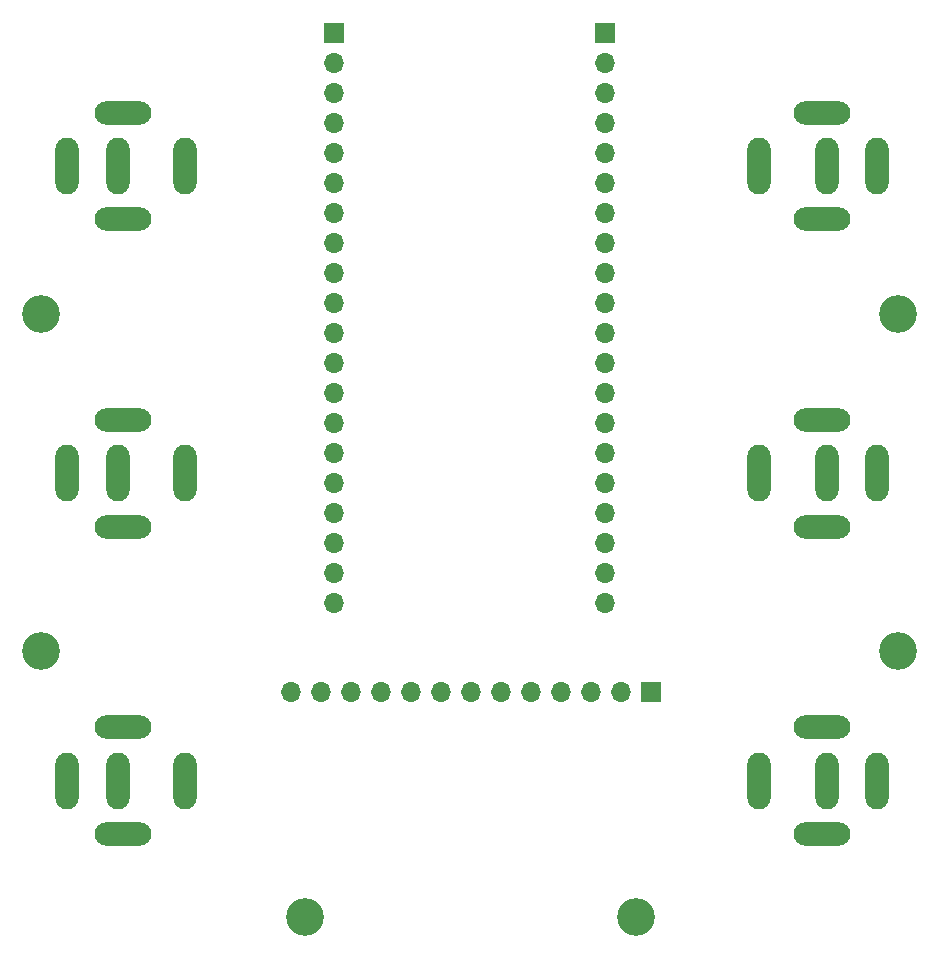
<source format=gbr>
%TF.GenerationSoftware,KiCad,Pcbnew,8.0.0*%
%TF.CreationDate,2024-04-08T20:49:20-04:00*%
%TF.ProjectId,Final Project,46696e61-6c20-4507-926f-6a6563742e6b,rev?*%
%TF.SameCoordinates,Original*%
%TF.FileFunction,Soldermask,Bot*%
%TF.FilePolarity,Negative*%
%FSLAX46Y46*%
G04 Gerber Fmt 4.6, Leading zero omitted, Abs format (unit mm)*
G04 Created by KiCad (PCBNEW 8.0.0) date 2024-04-08 20:49:20*
%MOMM*%
%LPD*%
G01*
G04 APERTURE LIST*
%ADD10O,2.000000X4.800000*%
%ADD11O,4.800000X2.000000*%
%ADD12R,1.700000X1.700000*%
%ADD13O,1.700000X1.700000*%
%ADD14C,3.200000*%
G04 APERTURE END LIST*
D10*
%TO.C,U5*%
X27200000Y-65500000D03*
X31500000Y-65500000D03*
X37200000Y-65500000D03*
D11*
X31900000Y-70000000D03*
X31900000Y-61000000D03*
%TD*%
D12*
%TO.C,LPC1*%
X49750000Y-28180000D03*
D13*
X49750000Y-30720000D03*
X49750000Y-33260000D03*
X49750000Y-35800000D03*
X49750000Y-38340000D03*
X49750000Y-40880000D03*
X49750000Y-43420000D03*
X49750000Y-45960000D03*
X49750000Y-48500000D03*
X49750000Y-51040000D03*
X49750000Y-53580000D03*
X49750000Y-56120000D03*
X49750000Y-58660000D03*
X49750000Y-61200000D03*
X49750000Y-63740000D03*
X49750000Y-66280000D03*
X49750000Y-68820000D03*
X49750000Y-71360000D03*
X49750000Y-73900000D03*
X49750000Y-76440000D03*
X72750000Y-76460000D03*
X72750000Y-73920000D03*
X72750000Y-71380000D03*
X72750000Y-68840000D03*
X72750000Y-66300000D03*
X72750000Y-63760000D03*
X72750000Y-61220000D03*
X72750000Y-58680000D03*
X72750000Y-56140000D03*
X72750000Y-53600000D03*
X72750000Y-51060000D03*
X72750000Y-48520000D03*
X72750000Y-45980000D03*
X72750000Y-43440000D03*
X72750000Y-40900000D03*
X72750000Y-38360000D03*
X72750000Y-35820000D03*
X72750000Y-33280000D03*
X72750000Y-30740000D03*
D12*
X72750000Y-28200000D03*
%TD*%
D10*
%TO.C,U3*%
X95800000Y-91500000D03*
X91500000Y-91500000D03*
X85800000Y-91500000D03*
D11*
X91100000Y-87000000D03*
X91100000Y-96000000D03*
%TD*%
D14*
%TO.C,REF\u002A\u002A*%
X25000000Y-52000000D03*
%TD*%
%TO.C,REF\u002A\u002A*%
X25000000Y-80500000D03*
%TD*%
D12*
%TO.C,U7*%
X76640000Y-84000000D03*
D13*
X74100000Y-84000000D03*
X71560000Y-84000000D03*
X69020000Y-84000000D03*
X66480000Y-84000000D03*
X63940000Y-84000000D03*
X61400000Y-84000000D03*
X58860000Y-84000000D03*
X56320000Y-84000000D03*
X53780000Y-84000000D03*
X51240000Y-84000000D03*
X48700000Y-84000000D03*
X46160000Y-84000000D03*
%TD*%
D14*
%TO.C,REF\u002A\u002A*%
X97500000Y-80500000D03*
%TD*%
D10*
%TO.C,U4*%
X27200000Y-91500000D03*
X31500000Y-91500000D03*
X37200000Y-91500000D03*
D11*
X31900000Y-96000000D03*
X31900000Y-87000000D03*
%TD*%
D14*
%TO.C,REF\u002A\u002A*%
X47328048Y-103077455D03*
%TD*%
D10*
%TO.C,U1*%
X95800000Y-39500000D03*
X91500000Y-39500000D03*
X85800000Y-39500000D03*
D11*
X91100000Y-35000000D03*
X91100000Y-44000000D03*
%TD*%
D10*
%TO.C,U6*%
X27200000Y-39500000D03*
X31500000Y-39500000D03*
X37200000Y-39500000D03*
D11*
X31900000Y-44000000D03*
X31900000Y-35000000D03*
%TD*%
D10*
%TO.C,U2*%
X95800000Y-65500000D03*
X91500000Y-65500000D03*
X85800000Y-65500000D03*
D11*
X91100000Y-61000000D03*
X91100000Y-70000000D03*
%TD*%
D14*
%TO.C,REF\u002A\u002A*%
X97500000Y-52000000D03*
%TD*%
%TO.C,REF\u002A\u002A*%
X75330000Y-103070000D03*
%TD*%
M02*

</source>
